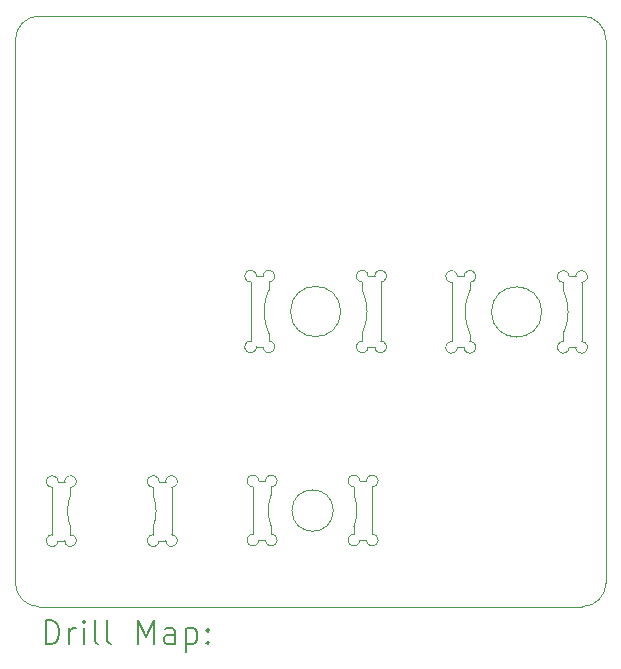
<source format=gbr>
%TF.GenerationSoftware,KiCad,Pcbnew,7.0.10*%
%TF.CreationDate,2024-02-14T10:35:41+01:00*%
%TF.ProjectId,Planar_XFMR,506c616e-6172-45f5-9846-4d522e6b6963,A*%
%TF.SameCoordinates,Original*%
%TF.FileFunction,Drillmap*%
%TF.FilePolarity,Positive*%
%FSLAX45Y45*%
G04 Gerber Fmt 4.5, Leading zero omitted, Abs format (unit mm)*
G04 Created by KiCad (PCBNEW 7.0.10) date 2024-02-14 10:35:41*
%MOMM*%
%LPD*%
G01*
G04 APERTURE LIST*
%ADD10C,0.010000*%
%ADD11C,0.100000*%
%ADD12C,0.200000*%
G04 APERTURE END LIST*
D10*
X14402092Y-5363546D02*
X14457092Y-5363546D01*
X14507093Y-5848546D02*
X14507092Y-5913546D01*
X14507092Y-5413546D02*
G75*
G03*
X14457092Y-5363546I0J50000D01*
G01*
X14457092Y-5963546D02*
G75*
G03*
X14507092Y-5913546I50000J0D01*
G01*
X14352092Y-5913546D02*
G75*
G03*
X14402092Y-5963546I0J-50000D01*
G01*
X15452092Y-5413546D02*
G75*
G03*
X15402092Y-5363546I0J50000D01*
G01*
X15297092Y-5913546D02*
G75*
G03*
X15347092Y-5963546I0J-50000D01*
G01*
X15347092Y-5363546D02*
G75*
G03*
X15297092Y-5413546I-50000J0D01*
G01*
X14352092Y-5413546D02*
X14352092Y-5913546D01*
X14457092Y-5963546D02*
X14402092Y-5963546D01*
X15297092Y-5848546D02*
X15297092Y-5913546D01*
X15297092Y-5848546D02*
G75*
G03*
X15298050Y-5480604I-395000J185000D01*
G01*
X14506135Y-5480604D02*
X14507092Y-5413546D01*
X14506135Y-5480604D02*
G75*
G03*
X14507093Y-5848546I395957J-182942D01*
G01*
X15347092Y-5963546D02*
X15402092Y-5963546D01*
X15452092Y-5413546D02*
X15452092Y-5913546D01*
X15298050Y-5480604D02*
X15297092Y-5413546D01*
X15114651Y-5663546D02*
G75*
G03*
X14689534Y-5663546I-212559J0D01*
G01*
X14689534Y-5663546D02*
G75*
G03*
X15114651Y-5663546I212559J0D01*
G01*
X15402092Y-5363546D02*
X15347092Y-5363546D01*
X14402092Y-5363546D02*
G75*
G03*
X14352092Y-5413546I-50000J0D01*
G01*
X15402092Y-5963546D02*
G75*
G03*
X15452092Y-5913546I50000J0D01*
G01*
X11825355Y-7149645D02*
X11825355Y-7214645D01*
X11825355Y-7549645D02*
X11825355Y-7484645D01*
X11825000Y-7485000D02*
G75*
G03*
X11825000Y-7215000I-350000J135000D01*
G01*
X11125000Y-7150000D02*
X11125000Y-7215000D01*
X11125000Y-7215000D02*
G75*
G03*
X11125000Y-7485000I350000J-135000D01*
G01*
X11125000Y-7550000D02*
X11125000Y-7485000D01*
X10970000Y-7550000D02*
X10970000Y-7150000D01*
X11020000Y-7100000D02*
G75*
G03*
X10970000Y-7150000I-50000J0D01*
G01*
X11075000Y-7600000D02*
G75*
G03*
X11125000Y-7550000I50000J0D01*
G01*
X11075000Y-7600000D02*
X11020000Y-7600000D01*
X11020000Y-7100000D02*
X11075000Y-7100000D01*
X11125000Y-7150000D02*
G75*
G03*
X11075000Y-7100000I0J50000D01*
G01*
X10970000Y-7550000D02*
G75*
G03*
X11020000Y-7600000I0J-50000D01*
G01*
X12700000Y-5360000D02*
G75*
G03*
X12650000Y-5410000I-50000J0D01*
G01*
X12755000Y-5960000D02*
G75*
G03*
X12805000Y-5910000I50000J0D01*
G01*
X12805000Y-5410000D02*
G75*
G03*
X12755000Y-5360000I0J50000D01*
G01*
X12650000Y-5910000D02*
G75*
G03*
X12700000Y-5960000I0J-50000D01*
G01*
X12650000Y-5410000D02*
X12650000Y-5910000D01*
X12804043Y-5477058D02*
X12805000Y-5410000D01*
X12804043Y-5477058D02*
G75*
G03*
X12805000Y-5845000I395957J-182942D01*
G01*
X12700000Y-5360000D02*
X12755000Y-5360000D01*
X12805000Y-5845000D02*
X12805000Y-5910000D01*
X12755000Y-5960000D02*
X12700000Y-5960000D01*
X13595000Y-5910000D02*
G75*
G03*
X13645000Y-5960000I0J-50000D01*
G01*
X13645000Y-5360000D02*
G75*
G03*
X13595000Y-5410000I-50000J0D01*
G01*
X13750000Y-5410000D02*
G75*
G03*
X13700000Y-5360000I0J50000D01*
G01*
X13700000Y-5960000D02*
G75*
G03*
X13750000Y-5910000I50000J0D01*
G01*
X13645000Y-5960000D02*
X13700000Y-5960000D01*
X13595000Y-5845000D02*
X13595000Y-5910000D01*
X13412559Y-5660000D02*
G75*
G03*
X12987441Y-5660000I-212559J0D01*
G01*
X12987441Y-5660000D02*
G75*
G03*
X13412559Y-5660000I212559J0D01*
G01*
X13750000Y-5410000D02*
X13750000Y-5910000D01*
X13595957Y-5477058D02*
X13595000Y-5410000D01*
X13595000Y-5845000D02*
G75*
G03*
X13595957Y-5477058I-395000J185000D01*
G01*
X13700000Y-5360000D02*
X13645000Y-5360000D01*
X12825000Y-7545000D02*
X12825000Y-7480000D01*
D11*
X10858579Y-8158579D02*
X15458579Y-8158579D01*
D10*
X12775000Y-7595000D02*
X12720000Y-7595000D01*
D11*
X15458579Y-3158579D02*
X10858579Y-3158579D01*
D10*
X12670000Y-7545000D02*
X12670000Y-7145000D01*
X11875355Y-7599645D02*
X11930355Y-7599645D01*
D11*
X15658581Y-3358579D02*
G75*
G03*
X15458579Y-3158579I-200001J-1D01*
G01*
X15458579Y-8158579D02*
G75*
G03*
X15658579Y-7958579I1J199999D01*
G01*
D10*
X11825355Y-7549645D02*
G75*
G03*
X11875355Y-7599645I5J-49995D01*
G01*
D11*
X10658581Y-7958579D02*
G75*
G03*
X10858579Y-8158579I199999J-1D01*
G01*
D10*
X13680355Y-7144645D02*
G75*
G03*
X13630355Y-7094645I5J50005D01*
G01*
X11930355Y-7099645D02*
X11875355Y-7099645D01*
X13630355Y-7094645D02*
X13575355Y-7094645D01*
X12825000Y-7145000D02*
X12825000Y-7210000D01*
X12825000Y-7210000D02*
G75*
G03*
X12825000Y-7480000I350000J-135000D01*
G01*
X11930365Y-7599645D02*
G75*
G03*
X11980355Y-7549645I49995J5D01*
G01*
X12670000Y-7545000D02*
G75*
G03*
X12720000Y-7595000I0J-50000D01*
G01*
D11*
X15658579Y-7958579D02*
X15658579Y-3358579D01*
D10*
X12775000Y-7595000D02*
G75*
G03*
X12825000Y-7545000I50000J0D01*
G01*
X12825000Y-7145000D02*
G75*
G03*
X12775000Y-7095000I0J50000D01*
G01*
X13630365Y-7594645D02*
G75*
G03*
X13680355Y-7544645I49995J5D01*
G01*
X13350000Y-7345000D02*
G75*
G03*
X13000000Y-7345000I-175000J0D01*
G01*
X13000000Y-7345000D02*
G75*
G03*
X13350000Y-7345000I175000J0D01*
G01*
X13525355Y-7544645D02*
G75*
G03*
X13575355Y-7594645I5J-49995D01*
G01*
X13575355Y-7594645D02*
X13630355Y-7594645D01*
X13525355Y-7544645D02*
X13525355Y-7479645D01*
X12720000Y-7095000D02*
G75*
G03*
X12670000Y-7145000I-50000J0D01*
G01*
D11*
X10658579Y-3358579D02*
X10658579Y-7958579D01*
D10*
X13575365Y-7094645D02*
G75*
G03*
X13525355Y-7144645I-50005J5D01*
G01*
X12720000Y-7095000D02*
X12775000Y-7095000D01*
D11*
X10858579Y-3158579D02*
G75*
G03*
X10658579Y-3358579I1J-200001D01*
G01*
D10*
X11875365Y-7099645D02*
G75*
G03*
X11825355Y-7149645I-50005J5D01*
G01*
X13525000Y-7480000D02*
G75*
G03*
X13525000Y-7210000I-350000J135000D01*
G01*
X11980355Y-7549645D02*
X11980355Y-7149645D01*
X11980355Y-7149645D02*
G75*
G03*
X11930355Y-7099645I5J50005D01*
G01*
X13525355Y-7144645D02*
X13525355Y-7209645D01*
X13680355Y-7544645D02*
X13680355Y-7144645D01*
D12*
X10914355Y-8475062D02*
X10914355Y-8275062D01*
X10914355Y-8275062D02*
X10961974Y-8275062D01*
X10961974Y-8275062D02*
X10990546Y-8284586D01*
X10990546Y-8284586D02*
X11009594Y-8303634D01*
X11009594Y-8303634D02*
X11019117Y-8322681D01*
X11019117Y-8322681D02*
X11028641Y-8360777D01*
X11028641Y-8360777D02*
X11028641Y-8389348D01*
X11028641Y-8389348D02*
X11019117Y-8427443D01*
X11019117Y-8427443D02*
X11009594Y-8446491D01*
X11009594Y-8446491D02*
X10990546Y-8465539D01*
X10990546Y-8465539D02*
X10961974Y-8475062D01*
X10961974Y-8475062D02*
X10914355Y-8475062D01*
X11114355Y-8475062D02*
X11114355Y-8341729D01*
X11114355Y-8379824D02*
X11123879Y-8360777D01*
X11123879Y-8360777D02*
X11133403Y-8351253D01*
X11133403Y-8351253D02*
X11152451Y-8341729D01*
X11152451Y-8341729D02*
X11171498Y-8341729D01*
X11238165Y-8475062D02*
X11238165Y-8341729D01*
X11238165Y-8275062D02*
X11228641Y-8284586D01*
X11228641Y-8284586D02*
X11238165Y-8294110D01*
X11238165Y-8294110D02*
X11247689Y-8284586D01*
X11247689Y-8284586D02*
X11238165Y-8275062D01*
X11238165Y-8275062D02*
X11238165Y-8294110D01*
X11361974Y-8475062D02*
X11342927Y-8465539D01*
X11342927Y-8465539D02*
X11333403Y-8446491D01*
X11333403Y-8446491D02*
X11333403Y-8275062D01*
X11466736Y-8475062D02*
X11447689Y-8465539D01*
X11447689Y-8465539D02*
X11438165Y-8446491D01*
X11438165Y-8446491D02*
X11438165Y-8275062D01*
X11695308Y-8475062D02*
X11695308Y-8275062D01*
X11695308Y-8275062D02*
X11761974Y-8417920D01*
X11761974Y-8417920D02*
X11828641Y-8275062D01*
X11828641Y-8275062D02*
X11828641Y-8475062D01*
X12009593Y-8475062D02*
X12009593Y-8370300D01*
X12009593Y-8370300D02*
X12000070Y-8351253D01*
X12000070Y-8351253D02*
X11981022Y-8341729D01*
X11981022Y-8341729D02*
X11942927Y-8341729D01*
X11942927Y-8341729D02*
X11923879Y-8351253D01*
X12009593Y-8465539D02*
X11990546Y-8475062D01*
X11990546Y-8475062D02*
X11942927Y-8475062D01*
X11942927Y-8475062D02*
X11923879Y-8465539D01*
X11923879Y-8465539D02*
X11914355Y-8446491D01*
X11914355Y-8446491D02*
X11914355Y-8427443D01*
X11914355Y-8427443D02*
X11923879Y-8408396D01*
X11923879Y-8408396D02*
X11942927Y-8398872D01*
X11942927Y-8398872D02*
X11990546Y-8398872D01*
X11990546Y-8398872D02*
X12009593Y-8389348D01*
X12104832Y-8341729D02*
X12104832Y-8541729D01*
X12104832Y-8351253D02*
X12123879Y-8341729D01*
X12123879Y-8341729D02*
X12161974Y-8341729D01*
X12161974Y-8341729D02*
X12181022Y-8351253D01*
X12181022Y-8351253D02*
X12190546Y-8360777D01*
X12190546Y-8360777D02*
X12200070Y-8379824D01*
X12200070Y-8379824D02*
X12200070Y-8436967D01*
X12200070Y-8436967D02*
X12190546Y-8456015D01*
X12190546Y-8456015D02*
X12181022Y-8465539D01*
X12181022Y-8465539D02*
X12161974Y-8475062D01*
X12161974Y-8475062D02*
X12123879Y-8475062D01*
X12123879Y-8475062D02*
X12104832Y-8465539D01*
X12285784Y-8456015D02*
X12295308Y-8465539D01*
X12295308Y-8465539D02*
X12285784Y-8475062D01*
X12285784Y-8475062D02*
X12276260Y-8465539D01*
X12276260Y-8465539D02*
X12285784Y-8456015D01*
X12285784Y-8456015D02*
X12285784Y-8475062D01*
X12285784Y-8351253D02*
X12295308Y-8360777D01*
X12295308Y-8360777D02*
X12285784Y-8370300D01*
X12285784Y-8370300D02*
X12276260Y-8360777D01*
X12276260Y-8360777D02*
X12285784Y-8351253D01*
X12285784Y-8351253D02*
X12285784Y-8370300D01*
M02*

</source>
